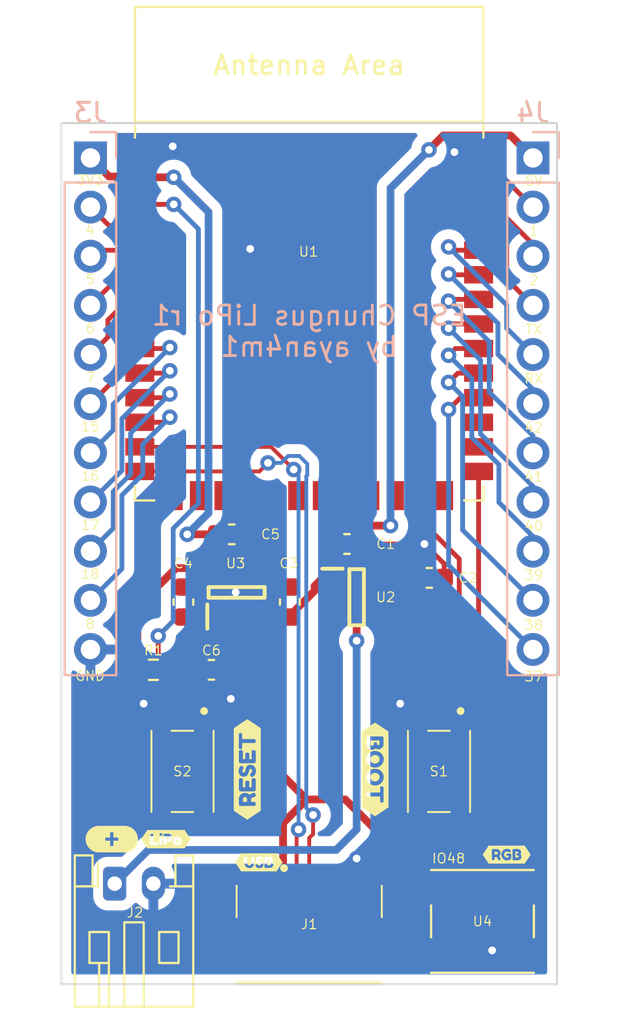
<source format=kicad_pcb>
(kicad_pcb (version 20211014) (generator pcbnew)
  (layers (0 "F.Cu" signal) (31 "B.Cu" signal) (34 "B.Paste" user) (35 "F.Paste" user) (36 "B.SilkS" user "B.Silkscreen") (37 "F.SilkS" user "F.Silkscreen") (38 "B.Mask" user) (39 "F.Mask" user) (44 "Edge.Cuts" user))
  (net 0 "")
  (net 1 "+5V")
  (net 2 "GND")
  (net 3 "/BAT+")
  (net 4 "+3.3V")
  (net 5 "/EN")
  (net 7 "/GPIO4")
  (net 8 "/GPIO5")
  (net 9 "/GPIO6")
  (net 10 "/GPIO7")
  (net 11 "/GPIO15")
  (net 12 "/GPIO16")
  (net 13 "/GPIO17")
  (net 14 "/GPIO18")
  (net 15 "/GPIO8")
  (net 16 "/USB_D-")
  (net 17 "/USB_D+")
  (net 28 "/GPIO1")
  (net 30 "/GPIO2")
  (net 33 "/GPIO43")
  (net 34 "/GPIO44")
  (net 35 "/GPIO42")
  (net 36 "/GPIO41")
  (net 37 "/GPIO40")
  (net 38 "/GPIO39")
  (net 39 "/GPIO38")
  (net 40 "/GPIO37")
  (net 43 "/GPIO0")
  (net 49 "/GPIO48")
  (footprint "Capacitor_SMD:C_0603_1608Metric" (layer "F.Cu") (at 127.75 118.25)
    (fp_text reference "C6" (at 0 -1) (layer "F.SilkS") (effects (font (size 0.5 0.5) (thickness 0.0625))))
    (fp_text value "1uF")
    (pad "1" smd roundrect (at -0.775 0) (size 0.9 0.95) (layers "F.Cu" "F.Paste" "F.Mask") (net 5 "/EN"))
    (pad "2" smd roundrect (at 0.775 0) (size 0.9 0.95) (layers "F.Cu" "F.Paste" "F.Mask") (net 2 "GND"))
  )
  (footprint "SamacSys_Parts:SOT95P275X110-5N" (layer "F.Cu") (at 135.25 114.5)
    (fp_text reference "U2" (at 1.5 0) (layer "F.SilkS") (effects (font (size 0.5 0.5) (thickness 0.0625))))
    (fp_text value "MAX1551EZK+T" hide)
    (pad "1" smd rect locked (at -1.25 -0.95 90) (size 0.55 1.05) (layers "F.Cu" "F.Paste" "F.Mask") (net 1 "+5V"))
    (pad "2" smd rect locked (at -1.25 0 90) (size 0.55 1.05) (layers "F.Cu" "F.Paste" "F.Mask") (net 2 "GND"))
    (pad "3" smd rect locked (at -1.25 0.95 90) (size 0.55 1.05) (layers "F.Cu" "F.Paste" "F.Mask"))
    (pad "4" smd rect locked (at 1.25 0.95 90) (size 0.55 1.05) (layers "F.Cu" "F.Paste" "F.Mask"))
    (pad "5" smd rect locked (at 1.25 -0.95 90) (size 0.55 1.05) (layers "F.Cu" "F.Paste" "F.Mask") (net 3 "/BAT+"))
  )
  (footprint "WS2812B:WS2812B" (layer "F.Cu") (at 141.75 131.25)
    (fp_text reference "U4" (at 0 0) (layer "F.SilkS") (effects (font (size 0.5 0.5) (thickness 0.0625))))
    (fp_text value "WS2812B" hide)
    (pad "1" smd rect locked (at -2.4384 -1.649999) (size 1.2954 0.9906) (layers "F.Cu" "F.Paste" "F.Mask") (net 1 "+5V"))
    (pad "2" smd rect locked (at -2.4384 1.649999) (size 1.2954 0.9906) (layers "F.Cu" "F.Paste" "F.Mask"))
    (pad "3" smd rect locked (at 2.4384 1.649999) (size 1.2954 0.9906) (layers "F.Cu" "F.Paste" "F.Mask") (net 2 "GND"))
    (pad "4" smd rect locked (at 2.4384 -1.649999) (size 1.2954 0.9906) (layers "F.Cu" "F.Paste" "F.Mask") (net 49 "/GPIO48"))
  )
  (footprint "Capacitor_SMD:C_0603_1608Metric" (layer "F.Cu") (at 131.8 114.75 90)
    (fp_text reference "C3" (at 2 -0.05) (layer "F.SilkS") (effects (font (size 0.5 0.5) (thickness 0.0625))))
    (fp_text value "0.1uF")
    (pad "1" smd roundrect (at -0.775 0 90) (size 0.9 0.95) (layers "F.Cu" "F.Paste" "F.Mask") (net 1 "+5V"))
    (pad "2" smd roundrect (at 0.775 0 90) (size 0.9 0.95) (layers "F.Cu" "F.Paste" "F.Mask") (net 2 "GND"))
  )
  (footprint "SamacSys_Parts:SOT94P280X100-5N" (layer "F.Cu") (at 129.05 114.25 90)
    (fp_text reference "U3" (at 1.5 -0.05 180) (layer "F.SilkS") (effects (font (size 0.5 0.5) (thickness 0.0625))))
    (fp_text value "RT9080-33GJ5" hide)
    (pad "1" smd rect locked (at -1.25 -0.94 180) (size 0.65 1.25) (layers "F.Cu" "F.Paste" "F.Mask") (net 1 "+5V"))
    (pad "2" smd rect locked (at -1.25 0 180) (size 0.65 1.25) (layers "F.Cu" "F.Paste" "F.Mask") (net 2 "GND"))
    (pad "3" smd rect locked (at -1.25 0.94 180) (size 0.65 1.25) (layers "F.Cu" "F.Paste" "F.Mask") (net 1 "+5V"))
    (pad "4" smd rect locked (at 1.25 0.94 180) (size 0.65 1.25) (layers "F.Cu" "F.Paste" "F.Mask"))
    (pad "5" smd rect locked (at 1.25 -0.94 180) (size 0.65 1.25) (layers "F.Cu" "F.Paste" "F.Mask") (net 4 "+3.3V"))
  )
  (footprint "Capacitor_SMD:C_0603_1608Metric" (layer "F.Cu") (at 134.75 111.75)
    (fp_text reference "C1" (at 2 0 180) (layer "F.SilkS") (effects (font (size 0.5 0.5) (thickness 0.0625))))
    (fp_text value "1uF")
    (pad "1" smd roundrect (at -0.775 0) (size 0.9 0.95) (layers "F.Cu" "F.Paste" "F.Mask") (net 1 "+5V"))
    (pad "2" smd roundrect (at 0.775 0) (size 0.9 0.95) (layers "F.Cu" "F.Paste" "F.Mask") (net 2 "GND"))
  )
  (footprint "Capacitor_SMD:C_0603_1608Metric" (layer "F.Cu") (at 139 113.5)
    (fp_text reference "C2" (at 2 0) (layer "F.SilkS") (effects (font (size 0.5 0.5) (thickness 0.0625))))
    (fp_text value "1uF")
    (pad "1" smd roundrect (at -0.775 0) (size 0.9 0.95) (layers "F.Cu" "F.Paste" "F.Mask") (net 3 "/BAT+"))
    (pad "2" smd roundrect (at 0.775 0) (size 0.9 0.95) (layers "F.Cu" "F.Paste" "F.Mask") (net 2 "GND"))
  )
  (footprint "kibuzzard-63BAF173" (layer "F.Cu") (at 129.6 123.4 90)
    (fp_text reference "kibuzzard-63BAF173" hide)
    (fp_text value "G***" hide)
  )
  (footprint "kibuzzard-63BAF117" (layer "F.Cu") (at 136.2 123.4 -90)
    (fp_text reference "kibuzzard-63BAF117" hide)
    (fp_text value "G***" hide)
  )
  (footprint "kibuzzard-63BB1216" (layer "F.Cu") (at 130.2 128.2)
    (fp_text reference "kibuzzard-63BB1216" hide)
    (fp_text value "G***" hide)
  )
  (footprint "kibuzzard-63BAF358" (layer "F.Cu") (at 122.6 127)
    (fp_text reference "kibuzzard-63BAF358" hide)
    (fp_text value "G***" hide)
  )
  (footprint "Resistor_SMD:R_0603_1608Metric" (layer "F.Cu") (at 124.75 118.25)
    (fp_text reference "R1" (at 0 -1) (layer "F.SilkS") (effects (font (size 0.5 0.5) (thickness 0.0625))))
    (fp_text value "10k")
    (pad "1" smd roundrect (at -0.825 0) (size 0.8 0.95) (layers "F.Cu" "F.Paste" "F.Mask") (net 4 "+3.3V"))
    (pad "2" smd roundrect (at 0.825 0) (size 0.8 0.95) (layers "F.Cu" "F.Paste" "F.Mask") (net 5 "/EN"))
  )
  (footprint "Capacitor_SMD:C_0603_1608Metric" (layer "F.Cu") (at 128.8 111.25)
    (fp_text reference "C5" (at 2 0) (layer "F.SilkS") (effects (font (size 0.5 0.5) (thickness 0.0625))))
    (fp_text value "10uF")
    (pad "1" smd roundrect (at -0.775 0) (size 0.9 0.95) (layers "F.Cu" "F.Paste" "F.Mask") (net 4 "+3.3V"))
    (pad "2" smd roundrect (at 0.775 0) (size 0.9 0.95) (layers "F.Cu" "F.Paste" "F.Mask") (net 2 "GND"))
  )
  (footprint "kibuzzard-63BAF13E" (layer "F.Cu") (at 143 127.8)
    (fp_text reference "kibuzzard-63BAF13E" hide)
    (fp_text value "G***" hide)
  )
  (footprint "Connector_JST:JST_PH_S2B-PH-K_1x02_P2.00mm_Horizontal" (layer "F.Cu") (at 122.75 129.3)
    (fp_text reference "J2" (at 1.05 1.5) (layer "F.SilkS") (effects (font (size 0.5 0.5) (thickness 0.0625))))
    (fp_text value "Conn_01x02" hide)
    (pad "1" thru_hole roundrect (at 0 0) (size 1.2 1.75) (drill 0.75) (layers *.Cu *.Mask) (roundrect_rratio 0.208333) (net 3 "/BAT+"))
    (pad "2" thru_hole oval (at 2 0) (size 1.2 1.75) (drill 0.75) (layers *.Cu *.Mask) (net 2 "GND"))
  )
  (footprint "Espressif:ESP32-S3-WROOM-1" (layer "F.Cu") (at 132.8 99.75)
    (fp_text reference "U1" (at -0.035 -3.105) (layer "F.SilkS") (effects (font (size 0.5 0.5) (thickness 0.0625))))
    (fp_text value "ESP32-S3-WROOM-1")
    (fp_text user "Antenna Area" (at 0 -12.75) (layer "F.SilkS"))
    (pad "1" smd rect (at -8.75 -8.26) (size 1.5 0.9) (layers "F.Cu" "F.Paste" "F.Mask") (net 2 "GND"))
    (pad "2" smd rect (at -8.75 -6.99) (size 1.5 0.9) (layers "F.Cu" "F.Paste" "F.Mask") (net 4 "+3.3V"))
    (pad "3" smd rect (at -8.75 -5.72) (size 1.5 0.9) (layers "F.Cu" "F.Paste" "F.Mask") (net 5 "/EN"))
    (pad "4" smd rect (at -8.75 -4.45) (size 1.5 0.9) (layers "F.Cu" "F.Paste" "F.Mask") (net 7 "/GPIO4"))
    (pad "5" smd rect (at -8.75 -3.18) (size 1.5 0.9) (layers "F.Cu" "F.Paste" "F.Mask") (net 8 "/GPIO5"))
    (pad "6" smd rect (at -8.75 -1.91) (size 1.5 0.9) (layers "F.Cu" "F.Paste" "F.Mask") (net 9 "/GPIO6"))
    (pad "7" smd rect (at -8.75 -0.64) (size 1.5 0.9) (layers "F.Cu" "F.Paste" "F.Mask") (net 10 "/GPIO7"))
    (pad "8" smd rect (at -8.75 0.63) (size 1.5 0.9) (layers "F.Cu" "F.Paste" "F.Mask") (net 11 "/GPIO15"))
    (pad "9" smd rect (at -8.75 1.9) (size 1.5 0.9) (layers "F.Cu" "F.Paste" "F.Mask") (net 12 "/GPIO16"))
    (pad "10" smd rect (at -8.75 3.17) (size 1.5 0.9) (layers "F.Cu" "F.Paste" "F.Mask") (net 13 "/GPIO17"))
    (pad "11" smd rect (at -8.75 4.44) (size 1.5 0.9) (layers "F.Cu" "F.Paste" "F.Mask") (net 14 "/GPIO18"))
    (pad "12" smd rect (at -8.75 5.71) (size 1.5 0.9) (layers "F.Cu" "F.Paste" "F.Mask") (net 15 "/GPIO8"))
    (pad "13" smd rect (at -8.75 6.98) (size 1.5 0.9) (layers "F.Cu" "F.Paste" "F.Mask") (net 16 "/USB_D-"))
    (pad "14" smd rect (at -8.75 8.25) (size 1.5 0.9) (layers "F.Cu" "F.Paste" "F.Mask") (net 17 "/USB_D+"))
    (pad "15" smd rect (at -6.985 9.5 90) (size 1.5 0.9) (layers "F.Cu" "F.Paste" "F.Mask"))
    (pad "16" smd rect (at -5.715 9.5 90) (size 1.5 0.9) (layers "F.Cu" "F.Paste" "F.Mask"))
    (pad "17" smd rect (at -4.445 9.5 90) (size 1.5 0.9) (layers "F.Cu" "F.Paste" "F.Mask"))
    (pad "18" smd rect (at -3.175 9.5 90) (size 1.5 0.9) (layers "F.Cu" "F.Paste" "F.Mask"))
    (pad "19" smd rect (at -1.905 9.5 90) (size 1.5 0.9) (layers "F.Cu" "F.Paste" "F.Mask"))
    (pad "20" smd rect (at -0.635 9.5 90) (size 1.5 0.9) (layers "F.Cu" "F.Paste" "F.Mask"))
    (pad "21" smd rect (at 0.635 9.5 90) (size 1.5 0.9) (layers "F.Cu" "F.Paste" "F.Mask"))
    (pad "22" smd rect (at 1.905 9.5 90) (size 1.5 0.9) (layers "F.Cu" "F.Paste" "F.Mask"))
    (pad "23" smd rect (at 3.175 9.5 90) (size 1.5 0.9) (layers "F.Cu" "F.Paste" "F.Mask"))
    (pad "24" smd rect (at 4.445 9.5 90) (size 1.5 0.9) (layers "F.Cu" "F.Paste" "F.Mask"))
    (pad "25" smd rect (at 5.715 9.5 90) (size 1.5 0.9) (layers "F.Cu" "F.Paste" "F.Mask") (net 49 "/GPIO48"))
    (pad "26" smd rect (at 6.985 9.5 90) (size 1.5 0.9) (layers "F.Cu" "F.Paste" "F.Mask"))
    (pad "27" smd rect (at 8.75 8.25 180) (size 1.5 0.9) (layers "F.Cu" "F.Paste" "F.Mask") (net 43 "/GPIO0"))
    (pad "28" smd rect (at 8.75 6.98 180) (size 1.5 0.9) (layers "F.Cu" "F.Paste" "F.Mask"))
    (pad "29" smd rect (at 8.75 5.71 180) (size 1.5 0.9) (layers "F.Cu" "F.Paste" "F.Mask"))
    (pad "30" smd rect (at 8.75 4.44 180) (size 1.5 0.9) (layers "F.Cu" "F.Paste" "F.Mask") (net 40 "/GPIO37"))
    (pad "31" smd rect (at 8.75 3.17 180) (size 1.5 0.9) (layers "F.Cu" "F.Paste" "F.Mask") (net 39 "/GPIO38"))
    (pad "32" smd rect (at 8.75 1.9 180) (size 1.5 0.9) (layers "F.Cu" "F.Paste" "F.Mask") (net 38 "/GPIO39"))
    (pad "33" smd rect (at 8.75 0.63 180) (size 1.5 0.9) (layers "F.Cu" "F.Paste" "F.Mask") (net 37 "/GPIO40"))
    (pad "34" smd rect (at 8.75 -0.64 180) (size 1.5 0.9) (layers "F.Cu" "F.Paste" "F.Mask") (net 36 "/GPIO41"))
    (pad "35" smd rect (at 8.75 -1.91 180) (size 1.5 0.9) (layers "F.Cu" "F.Paste" "F.Mask") (net 35 "/GPIO42"))
    (pad "36" smd rect (at 8.75 -3.18 180) (size 1.5 0.9) (layers "F.Cu" "F.Paste" "F.Mask") (net 34 "/GPIO44"))
    (pad "37" smd rect (at 8.75 -4.45 180) (size 1.5 0.9) (layers "F.Cu" "F.Paste" "F.Mask") (net 33 "/GPIO43"))
    (pad "38" smd rect (at 8.75 -5.72 180) (size 1.5 0.9) (layers "F.Cu" "F.Paste" "F.Mask") (net 30 "/GPIO2"))
    (pad "39" smd rect (at 8.75 -6.99 180) (size 1.5 0.9) (layers "F.Cu" "F.Paste" "F.Mask") (net 28 "/GPIO1"))
    (pad "40" smd rect (at 8.75 -8.26 180) (size 1.5 0.9) (layers "F.Cu" "F.Paste" "F.Mask") (net 2 "GND"))
    (pad "41" smd rect (at -1.5 -0.54 180) (size 0.9 0.9) (layers "F.Cu" "F.Paste" "F.Mask") (net 2 "GND"))
    (pad "41" smd rect (at -0.1 0.86 180) (size 0.9 0.9) (layers "F.Cu" "F.Paste" "F.Mask") (net 2 "GND"))
    (pad "41" smd rect (at -2.9 -1.94 180) (size 0.9 0.9) (layers "F.Cu" "F.Paste" "F.Mask") (net 2 "GND"))
    (pad "41" smd rect (at -1.5 0.86 180) (size 0.9 0.9) (layers "F.Cu" "F.Paste" "F.Mask") (net 2 "GND"))
    (pad "41" smd rect (at -1.5 -1.94 180) (size 0.9 0.9) (layers "F.Cu" "F.Paste" "F.Mask") (net 2 "GND"))
    (pad "41" smd rect (at -0.1 -0.54 180) (size 0.9 0.9) (layers "F.Cu" "F.Paste" "F.Mask") (net 2 "GND"))
    (pad "41" smd rect (at -2.9 0.86 180) (size 0.9 0.9) (layers "F.Cu" "F.Paste" "F.Mask") (net 2 "GND"))
    (pad "41" smd rect (at -0.1 -1.94 180) (size 0.9 0.9) (layers "F.Cu" "F.Paste" "F.Mask") (net 2 "GND"))
    (pad "41" smd rect (at -2.9 -0.54 180) (size 0.9 0.9) (layers "F.Cu" "F.Paste" "F.Mask") (net 2 "GND"))
  )
  (footprint "SamacSys_Parts:473461001" (layer "F.Cu") (at 132.8 131.5)
    (fp_text reference "J1" (at 0 -0.1) (layer "F.SilkS") (effects (font (size 0.5 0.5) (thickness 0.0625))))
    (fp_text value "USB_B_Micro" hide)
    (pad "1" smd rect locked (at -1.3 -1.903) (size 0.45 1.38) (layers "F.Cu" "F.Paste" "F.Mask") (net 1 "+5V"))
    (pad "2" smd rect locked (at -0.65 -1.903) (size 0.45 1.38) (layers "F.Cu" "F.Paste" "F.Mask") (net 16 "/USB_D-"))
    (pad "3" smd rect locked (at 0 -1.903) (size 0.45 1.38) (layers "F.Cu" "F.Paste" "F.Mask") (net 17 "/USB_D+"))
    (pad "4" smd rect locked (at 0.65 -1.903) (size 0.45 1.38) (layers "F.Cu" "F.Paste" "F.Mask"))
    (pad "5" smd rect locked (at 1.3 -1.903) (size 0.45 1.38) (layers "F.Cu" "F.Paste" "F.Mask") (net 2 "GND"))
    (pad "6" smd rect locked (at 2.487 -1.544) (size 1.425 2.1) (layers "F.Cu" "F.Paste" "F.Mask") (net 2 "GND"))
    (pad "7" smd rect locked (at -2.487 -1.544) (size 1.425 2.1) (layers "F.Cu" "F.Paste" "F.Mask"))
    (pad "8" smd rect locked (at -1.15 0.756) (size 1.8 1.9) (layers "F.Cu" "F.Paste" "F.Mask"))
    (pad "9" smd rect locked (at 1.55 0.756) (size 1 1.9) (layers "F.Cu" "F.Paste" "F.Mask"))
    (pad "10" smd rect locked (at -3.375 0.756 90) (size 1.3 1.65) (layers "F.Cu" "F.Paste" "F.Mask"))
    (pad "11" smd rect locked (at 3.375 0.756 90) (size 1.3 1.65) (layers "F.Cu" "F.Paste" "F.Mask"))
  )
  (footprint "SamacSys_Parts:PTS815SJM250SMTRLFS" (layer "F.Cu") (at 126.25 123.5 -90)
    (fp_text reference "S2" (at 0 0 180) (layer "F.SilkS") (effects (font (size 0.5 0.5) (thickness 0.0625))))
    (fp_text value "PTS526_SM15_SMTR2_LFS" hide)
    (pad "1" smd rect locked (at -2.25 -1.075) (size 0.7 1) (layers "F.Cu" "F.Paste" "F.Mask") (net 5 "/EN"))
    (pad "2" smd rect locked (at 2.25 -1.075) (size 0.7 1) (layers "F.Cu" "F.Paste" "F.Mask"))
    (pad "3" smd rect locked (at -2.25 1.075) (size 0.7 1) (layers "F.Cu" "F.Paste" "F.Mask") (net 2 "GND"))
    (pad "4" smd rect locked (at 2.25 1.075) (size 0.7 1) (layers "F.Cu" "F.Paste" "F.Mask"))
  )
  (footprint "kibuzzard-63BB11FD" (layer "F.Cu") (at 125.4 127)
    (fp_text reference "kibuzzard-63BB11FD" hide)
    (fp_text value "G***" hide)
  )
  (footprint "SamacSys_Parts:PTS815SJM250SMTRLFS" (layer "F.Cu") (at 139.5 123.5 -90)
    (fp_text reference "S1" (at 0 0 180) (layer "F.SilkS") (effects (font (size 0.5 0.5) (thickness 0.0625))))
    (fp_text value "PTS526_SM15_SMTR2_LFS" hide)
    (pad "1" smd rect locked (at -2.25 -1.075) (size 0.7 1) (layers "F.Cu" "F.Paste" "F.Mask") (net 43 "/GPIO0"))
    (pad "2" smd rect locked (at 2.25 -1.075) (size 0.7 1) (layers "F.Cu" "F.Paste" "F.Mask"))
    (pad "3" smd rect locked (at -2.25 1.075) (size 0.7 1) (layers "F.Cu" "F.Paste" "F.Mask") (net 2 "GND"))
    (pad "4" smd rect locked (at 2.25 1.075) (size 0.7 1) (layers "F.Cu" "F.Paste" "F.Mask"))
  )
  (footprint "Capacitor_SMD:C_0603_1608Metric" (layer "F.Cu") (at 126.3 114.75 90)
    (fp_text reference "C4" (at 2 0) (layer "F.SilkS") (effects (font (size 0.5 0.5) (thickness 0.0625))))
    (fp_text value "10uF")
    (pad "1" smd roundrect (at -0.775 0 90) (size 0.9 0.95) (layers "F.Cu" "F.Paste" "F.Mask") (net 1 "+5V"))
    (pad "2" smd roundrect (at 0.775 0 90) (size 0.9 0.95) (layers "F.Cu" "F.Paste" "F.Mask") (net 2 "GND"))
  )
  (footprint "Connector_PinHeader_2.54mm:PinHeader_1x11_P2.54mm_Vertical" (layer "B.Cu") (at 144.36 91.8 180)
    (fp_text reference "J4" (at 0 2.33) (layer "B.SilkS") (effects (justify mirror)))
    (fp_text value "Conn_01x11")
    (pad "1" thru_hole rect (at 0 0 180) (size 1.7 1.7) (drill 1) (layers *.Cu *.Mask) (net 1 "+5V"))
    (pad "2" thru_hole oval (at 0 -2.54 180) (size 1.7 1.7) (drill 1) (layers *.Cu *.Mask) (net 28 "/GPIO1"))
    (pad "3" thru_hole oval (at 0 -5.08 180) (size 1.7 1.7) (drill 1) (layers *.Cu *.Mask) (net 30 "/GPIO2"))
    (pad "4" thru_hole oval (at 0 -7.62 180) (size 1.7 1.7) (drill 1) (layers *.Cu *.Mask) (net 33 "/GPIO43"))
    (pad "5" thru_hole oval (at 0 -10.16 180) (size 1.7 1.7) (drill 1) (layers *.Cu *.Mask) (net 34 "/GPIO44"))
    (pad "6" thru_hole oval (at 0 -12.7 180) (size 1.7 1.7) (drill 1) (layers *.Cu *.Mask) (net 35 "/GPIO42"))
    (pad "7" thru_hole oval (at 0 -15.24 180) (size 1.7 1.7) (drill 1) (layers *.Cu *.Mask) (net 36 "/GPIO41"))
    (pad "8" thru_hole oval (at 0 -17.78 180) (size 1.7 1.7) (drill 1) (layers *.Cu *.Mask) (net 37 "/GPIO40"))
    (pad "9" thru_hole oval (at 0 -20.32 180) (size 1.7 1.7) (drill 1) (layers *.Cu *.Mask) (net 38 "/GPIO39"))
    (pad "10" thru_hole oval (at 0 -22.86 180) (size 1.7 1.7) (drill 1) (layers *.Cu *.Mask) (net 39 "/GPIO38"))
    (pad "11" thru_hole oval (at 0 -25.4 180) (size 1.7 1.7) (drill 1) (layers *.Cu *.Mask) (net 40 "/GPIO37"))
  )
  (footprint "Connector_PinHeader_2.54mm:PinHeader_1x11_P2.54mm_Vertical" (layer "B.Cu") (at 121.5 91.8 180)
    (fp_text reference "J3" (at 0 2.33) (layer "B.SilkS") (effects (justify mirror)))
    (fp_text value "Conn_01x11")
    (pad "1" thru_hole rect (at 0 0 180) (size 1.7 1.7) (drill 1) (layers *.Cu *.Mask) (net 4 "+3.3V"))
    (pad "2" thru_hole oval (at 0 -2.54 180) (size 1.7 1.7) (drill 1) (layers *.Cu *.Mask) (net 7 "/GPIO4"))
    (pad "3" thru_hole oval (at 0 -5.08 180) (size 1.7 1.7) (drill 1) (layers *.Cu *.Mask) (net 8 "/GPIO5"))
    (pad "4" thru_hole oval (at 0 -7.62 180) (size 1.7 1.7) (drill 1) (layers *.Cu *.Mask) (net 9 "/GPIO6"))
    (pad "5" thru_hole oval (at 0 -10.16 180) (size 1.7 1.7) (drill 1) (layers *.Cu *.Mask) (net 10 "/GPIO7"))
    (pad "6" thru_hole oval (at 0 -12.7 180) (size 1.7 1.7) (drill 1) (layers *.Cu *.Mask) (net 11 "/GPIO15"))
    (pad "7" thru_hole oval (at 0 -15.24 180) (size 1.7 1.7) (drill 1) (layers *.Cu *.Mask) (net 12 "/GPIO16"))
    (pad "8" thru_hole oval (at 0 -17.78 180) (size 1.7 1.7) (drill 1) (layers *.Cu *.Mask) (net 13 "/GPIO17"))
    (pad "9" thru_hole oval (at 0 -20.32 180) (size 1.7 1.7) (drill 1) (layers *.Cu *.Mask) (net 14 "/GPIO18"))
    (pad "10" thru_hole oval (at 0 -22.86 180) (size 1.7 1.7) (drill 1) (layers *.Cu *.Mask) (net 15 "/GPIO8"))
    (pad "11" thru_hole oval (at 0 -25.4 180) (size 1.7 1.7) (drill 1) (layers *.Cu *.Mask) (net 2 "GND"))
  )
  (gr_rect (start 120 90) (end 145.6 134.5) (layer "Edge.Cuts") (width 0.1) (fill none))
  (gr_text "ESP Chungus LiPo r1\nby ayan4m1" (at 132.8 100.75) (layer "B.SilkS") (effects (font (size 1 1)) (justify mirror)))
  (gr_text "17" (at 121.4892 110.770977) (layer "F.SilkS") (effects (font (size 0.5 0.5) (thickness 0.0625))))
  (gr_text "37" (at 144.4 118.6) (layer "F.SilkS") (effects (font (size 0.5 0.5) (thickness 0.0625))))
  (gr_text "TX" (at 144.4 100.661777) (layer "F.SilkS") (effects (font (size 0.5 0.5) (thickness 0.0625))))
  (gr_text "5" (at 121.4892 98.070977) (layer "F.SilkS") (effects (font (size 0.5 0.5) (thickness 0.0625))))
  (gr_text "38" (at 144.4 115.941691) (layer "F.SilkS") (effects (font (size 0.5 0.5) (thickness 0.0625))))
  (gr_text "2" (at 144.4 98.121777) (layer "F.SilkS") (effects (font (size 0.5 0.5) (thickness 0.0625))))
  (gr_text "7" (at 121.4892 103.150977) (layer "F.SilkS") (effects (font (size 0.5 0.5) (thickness 0.0625))))
  (gr_text "6" (at 121.4892 100.610977) (layer "F.SilkS") (effects (font (size 0.5 0.5) (thickness 0.0625))))
  (gr_text "40" (at 144.4 110.821777) (layer "F.SilkS") (effects (font (size 0.5 0.5) (thickness 0.0625))))
  (gr_text "5V" (at 144.4 92.990977) (layer "F.SilkS") (effects (font (size 0.5 0.5) (thickness 0.0625))))
  (gr_text "18" (at 121.4892 113.306449) (layer "F.SilkS") (effects (font (size 0.5 0.5) (thickness 0.0625))))
  (gr_text "GND" (at 121.478085 118.56785) (layer "F.SilkS") (effects (font (size 0.5 0.5) (thickness 0.0625))))
  (gr_text "RX" (at 144.4 103.201777) (layer "F.SilkS") (effects (font (size 0.5 0.5) (thickness 0.0625))))
  (gr_text "1" (at 144.4 95.581777) (layer "F.SilkS") (effects (font (size 0.5 0.5) (thickness 0.0625))))
  (gr_text "3V3" (at 121.4892 92.940177) (layer "F.SilkS") (effects (font (size 0.5 0.5) (thickness 0.0625))))
  (gr_text "15" (at 121.4892 105.690977) (layer "F.SilkS") (effects (font (size 0.5 0.5) (thickness 0.0625))))
  (gr_text "4" (at 121.4892 95.530977) (layer "F.SilkS") (effects (font (size 0.5 0.5) (thickness 0.0625))))
  (gr_text "42" (at 144.4 105.741777) (layer "F.SilkS") (effects (font (size 0.5 0.5) (thickness 0.0625))))
  (gr_text "41" (at 144.4 108.281777) (layer "F.SilkS") (effects (font (size 0.5 0.5) (thickness 0.0625))))
  (gr_text "IO48" (at 140 128) (layer "F.SilkS") (effects (font (size 0.5 0.5) (thickness 0.0625))))
  (gr_text "16" (at 121.4892 108.230977) (layer "F.SilkS") (effects (font (size 0.5 0.5) (thickness 0.0625))))
  (gr_text "8" (at 121.4892 115.890891) (layer "F.SilkS") (effects (font (size 0.5 0.5) (thickness 0.0625))))
  (gr_text "39" (at 144.4 113.357249) (layer "F.SilkS") (effects (font (size 0.5 0.5) (thickness 0.0625))))
  (segment (start 126.3 115.525) (end 128.085 115.525) (width 0.4) (layer "F.Cu") (net 1))
  (segment (start 134 111.775) (end 133.975 111.75) (width 0.4) (layer "F.Cu") (net 1))
  (segment (start 133.075 114.175) (end 133.075 113.925) (width 0.4) (layer "F.Cu") (net 1))
  (segment (start 138.984314 91.384314) (end 139.728629 90.64) (width 0.4) (layer "F.Cu") (net 1))
  (segment (start 128.325 116.525) (end 129.775 116.525) (width 0.4) (layer "F.Cu") (net 1))
  (segment (start 129.99 115.5) (end 131.775 115.5) (width 0.4) (layer "F.Cu") (net 1))
  (segment (start 134.661599 124.95) (end 139.3116 129.600001) (width 0.4) (layer "F.Cu") (net 1))
  (segment (start 134 113.55) (end 134 111.775) (width 0.4) (layer "F.Cu") (net 1))
  (segment (start 134.925 110.8) (end 137 110.8) (width 0.4) (layer "F.Cu") (net 1))
  (segment (start 131.45 129.547) (end 131.45 126.168629) (width 0.4) (layer "F.Cu") (net 1))
  (segment (start 132.668629 124.95) (end 134.661599 124.95) (width 0.4) (layer "F.Cu") (net 1))
  (segment (start 133.45 113.55) (end 134 113.55) (width 0.4) (layer "F.Cu") (net 1))
  (segment (start 128.11 115.5) (end 128.11 116.31) (width 0.4) (layer "F.Cu") (net 1))
  (segment (start 131.775 115.5) (end 131.8 115.525) (width 0.4) (layer "F.Cu") (net 1))
  (segment (start 131.45 126.168629) (end 132.668629 124.95) (width 0.4) (layer "F.Cu") (net 1))
  (segment (start 132.668629 124.95) (end 129.775 122.056371) (width 0.4) (layer "F.Cu") (net 1))
  (segment (start 129.775 122.056371) (end 129.775 116.525) (width 0.4) (layer "F.Cu") (net 1))
  (segment (start 133.975 111.75) (end 134.925 110.8) (width 0.4) (layer "F.Cu") (net 1))
  (segment (start 131.5 129.597) (end 131.45 129.547) (width 0.4) (layer "F.Cu") (net 1))
  (segment (start 131.8 115.45) (end 133.075 114.175) (width 0.4) (layer "F.Cu") (net 1))
  (segment (start 143.2 90.64) (end 144.36 91.8) (width 0.4) (layer "F.Cu") (net 1))
  (segment (start 131.8 115.525) (end 131.8 115.45) (width 0.4) (layer "F.Cu") (net 1))
  (segment (start 133.075 113.925) (end 133.45 113.55) (width 0.4) (layer "F.Cu") (net 1))
  (segment (start 128.11 116.31) (end 128.325 116.525) (width 0.4) (layer "F.Cu") (net 1))
  (segment (start 129.775 116.525) (end 129.775 115.5) (width 0.4) (layer "F.Cu") (net 1))
  (segment (start 139.728629 90.64) (end 143.2 90.64) (width 0.4) (layer "F.Cu") (net 1))
  (segment (start 128.085 115.525) (end 128.11 115.5) (width 0.4) (layer "F.Cu") (net 1))
  (via (at 138.984314 91.384314) (size 0.8) (drill 0.4) (layers "F.Cu" "B.Cu") (net 1))
  (via (at 137 110.8) (size 0.8) (drill 0.4) (layers "F.Cu" "B.Cu") (net 1))
  (segment (start 138.984314 91.384314) (end 137 93.368628) (width 0.4) (layer "B.Cu") (net 1))
  (segment (start 137 93.368628) (end 137 110.8) (width 0.4) (layer "B.Cu") (net 1))
  (segment (start 129.575 111.25) (end 129 111.825) (width 0.25) (layer "F.Cu") (net 2))
  (segment (start 129 114.25) (end 129 115.45) (width 0.25) (layer "F.Cu") (net 2))
  (segment (start 135.525 113.75) (end 135.525 111.75) (width 0.25) (layer "F.Cu") (net 2))
  (segment (start 135.287 128.037) (end 135.25 128) (width 0.25) (layer "F.Cu") (net 2))
  (segment (start 135.525 111.75) (end 138.75 111.75) (width 0.25) (layer "F.Cu") (net 2))
  (segment (start 129 114.25) (end 126.575 114.25) (width 0.25) (layer "F.Cu") (net 2))
  (segment (start 144.038401 132.75) (end 144.1884 132.899999) (width 0.25) (layer "F.Cu") (net 2))
  (segment (start 125.46 91.49) (end 124.05 91.49) (width 0.25) (layer "F.Cu") (net 2))
  (segment (start 142.25 132.75) (end 144.038401 132.75) (width 0.25) (layer "F.Cu") (net 2))
  (segment (start 131.525 114.25) (end 131.8 113.975) (width 0.25) (layer "F.Cu") (net 2))
  (segment (start 126.575 114.25) (end 126.3 113.975) (width 0.25) (layer "F.Cu") (net 2))
  (segment (start 134 114.5) (end 134.775 114.5) (width 0.25) (layer "F.Cu") (net 2))
  (segment (start 128.525 119.525) (end 128.75 119.75) (width 0.25) (layer "F.Cu") (net 2))
  (segment (start 134.775 114.5) (end 135.525 113.75) (width 0.25) (layer "F.Cu") (net 2))
  (segment (start 134.928 129.597) (end 135.287 129.956) (width 0.25) (layer "F.Cu") (net 2))
  (segment (start 125.75 91.2) (end 125.46 91.49) (width 0.25) (layer "F.Cu") (net 2))
  (segment (start 124.25 120) (end 124.25 120.325) (width 0.25) (layer "F.Cu") (net 2))
  (segment (start 135.287 129.956) (end 135.287 128.037) (width 0.25) (layer "F.Cu") (net 2))
  (segment (start 141.54 91.5) (end 141.55 91.49) (width 0.25) (layer "F.Cu") (net 2))
  (segment (start 139.775 112.775) (end 138.75 111.75) (width 0.25) (layer "F.Cu") (net 2))
  (segment (start 129 114.25) (end 131.525 114.25) (width 0.25) (layer "F.Cu") (net 2))
  (segment (start 137.5 120.325) (end 138.425 121.25) (width 0.25) (layer "F.Cu") (net 2))
  (segment (start 129 111.825) (end 129 114.25) (width 0.25) (layer "F.Cu") (net 2))
  (segment (start 137.5 120) (end 137.5 120.325) (width 0.25) (layer "F.Cu") (net 2))
  (segment (start 128.525 118.25) (end 128.525 119.525) (width 0.25) (layer "F.Cu") (net 2))
  (segment (start 129 115.45) (end 129.05 115.5) (width 0.25) (layer "F.Cu") (net 2))
  (segment (start 129.75 97.66) (end 129.9 97.81) (width 0.25) (layer "F.Cu") (net 2))
  (segment (start 134.1 129.597) (end 134.928 129.597) (width 0.25) (layer "F.Cu") (net 2))
  (segment (start 124.25 120.325) (end 125.175 121.25) (width 0.25) (layer "F.Cu") (net 2))
  (segment (start 140.3 91.5) (end 141.54 91.5) (width 0.25) (layer "F.Cu") (net 2))
  (segment (start 129.75 96.5) (end 129.75 97.66) (width 0.25) (layer "F.Cu") (net 2))
  (segment (start 139.775 113.5) (end 139.775 112.775) (width 0.25) (layer "F.Cu") (net 2))
  (via (at 129 114.25) (size 0.8) (drill 0.4) (layers "F.Cu" "B.Cu") (net 2))
  (via (at 142.25 132.75) (size 0.8) (drill 0.4) (layers "F.Cu" "B.Cu") (net 2))
  (via (at 140.3 91.5) (size 0.8) (drill 0.4) (layers "F.Cu" "B.Cu") (net 2))
  (via (at 125.75 91.2) (size 0.8) (drill 0.4) (layers "F.Cu" "B.Cu") (net 2))
  (via (at 137.5 120) (size 0.8) (drill 0.4) (layers "F.Cu" "B.Cu") (net 2))
  (via (at 128.75 119.75) (size 0.8) (drill 0.4) (layers "F.Cu" "B.Cu") (net 2))
  (via (at 138.75 111.75) (size 0.8) (drill 0.4) (layers "F.Cu" "B.Cu") (net 2))
  (via (at 124.25 120) (size 0.8) (drill 0.4) (layers "F.Cu" "B.Cu") (net 2))
  (via (at 129.75 96.5) (size 0.8) (drill 0.4) (layers "F.Cu" "B.Cu") (net 2))
  (via (at 135.25 128) (size 0.8) (drill 0.4) (layers "F.Cu" "B.Cu") (net 2))
  (segment (start 138.175 113.55) (end 138.225 113.5) (width 0.4) (layer "F.Cu") (net 3))
  (segment (start 135.25 114.8) (end 136.5 113.55) (width 0.4) (layer "F.Cu") (net 3))
  (segment (start 136.5 113.55) (end 138.175 113.55) (width 0.4) (layer "F.Cu") (net 3))
  (segment (start 135.25 116.75) (end 135.25 114.8) (width 0.4) (layer "F.Cu") (net 3))
  (via (at 135.25 116.75) (size 0.8) (drill 0.4) (layers "F.Cu" "B.Cu") (net 3))
  (segment (start 135.25 126.5) (end 135.25 116.75) (width 0.4) (layer "B.Cu") (net 3))
  (segment (start 124.490686 127.559314) (end 134.190686 127.559314) (width 0.4) (layer "B.Cu") (net 3))
  (segment (start 134.190686 127.559314) (end 135.25 126.5) (width 0.4) (layer "B.Cu") (net 3))
  (segment (start 122.75 129.3) (end 124.490686 127.559314) (width 0.4) (layer "B.Cu") (net 3))
  (segment (start 128.11 111.335) (end 128.025 111.25) (width 0.4) (layer "F.Cu") (net 4))
  (segment (start 124.09 92.8) (end 124.05 92.76) (width 0.4) (layer "F.Cu") (net 4))
  (segment (start 128.025 111.25) (end 126.5 111.25) (width 0.4) (layer "F.Cu") (net 4))
  (segment (start 125.8 92.8) (end 124.09 92.8) (width 0.4) (layer "F.Cu") (net 4))
  (segment (start 125.916117 113) (end 128.11 113) (width 0.4) (layer "F.Cu") (net 4))
  (segment (start 123.925 114.991117) (end 125.916117 113) (width 0.4) (layer "F.Cu") (net 4))
  (segment (start 122.46 92.76) (end 121.5 91.8) (width 0.4) (layer "F.Cu") (net 4))
  (segment (start 123.925 118.25) (end 123.925 114.991117) (width 0.4) (layer "F.Cu") (net 4))
  (segment (start 124.05 92.76) (end 122.46 92.76) (width 0.4) (layer "F.Cu") (net 4))
  (segment (start 128.11 113) (end 128.11 111.335) (width 0.4) (layer "F.Cu") (net 4))
  (via (at 126.5 111.25) (size 0.8) (drill 0.4) (layers "F.Cu" "B.Cu") (net 4))
  (via (at 125.8 92.8) (size 0.8) (drill 0.4) (layers "F.Cu" "B.Cu") (net 4))
  (segment (start 127.6 110.15) (end 127.6 94.6) (width 0.4) (layer "B.Cu") (net 4))
  (segment (start 127.6 94.6) (end 125.8 92.8) (width 0.4) (layer "B.Cu") (net 4))
  (segment (start 126.5 111.25) (end 127.6 110.15) (width 0.4) (layer "B.Cu") (net 4))
  (segment (start 127.325 118.6) (end 127.325 121.25) (width 0.25) (layer "F.Cu") (net 5))
  (segment (start 125 117.675) (end 125.575 118.25) (width 0.25) (layer "F.Cu") (net 5))
  (segment (start 126.975 118.25) (end 127.325 118.6) (width 0.25) (layer "F.Cu") (net 5))
  (segment (start 124.22 94.2) (end 124.05 94.03) (width 0.25) (layer "F.Cu") (net 5))
  (segment (start 125.575 118.25) (end 126.975 118.25) (width 0.25) (layer "F.Cu") (net 5))
  (segment (start 125.8 94.2) (end 124.22 94.2) (width 0.25) (layer "F.Cu") (net 5))
  (segment (start 125 116.5) (end 125 117.675) (width 0.25) (layer "F.Cu") (net 5))
  (via (at 125.8 94.2) (size 0.8) (drill 0.4) (layers "F.Cu" "B.Cu") (net 5))
  (via (at 125 116.5) (size 0.8) (drill 0.4) (layers "F.Cu" "B.Cu") (net 5))
  (segment (start 125.775 115.725) (end 125.775 110.949695) (width 0.25) (layer "B.Cu") (net 5))
  (segment (start 125.775 110.949695) (end 127.075 109.649695) (width 0.25) (layer "B.Cu") (net 5))
  (segment (start 125 116.5) (end 125.775 115.725) (width 0.25) (layer "B.Cu") (net 5))
  (segment (start 127.075 95.475) (end 125.8 94.2) (width 0.25) (layer "B.Cu") (net 5))
  (segment (start 127.075 109.649695) (end 127.075 95.475) (width 0.25) (layer "B.Cu") (net 5))
  (segment (start 124.05 95.3) (end 122.46 95.3) (width 0.25) (layer "F.Cu") (net 7))
  (segment (start 122.46 95.3) (end 121.5 94.34) (width 0.25) (layer "F.Cu") (net 7))
  (segment (start 121.81 96.57) (end 121.5 96.88) (width 0.25) (layer "F.Cu") (net 8))
  (segment (start 124.05 96.57) (end 121.81 96.57) (width 0.25) (layer "F.Cu") (net 8))
  (segment (start 123.08 97.84) (end 121.5 99.42) (width 0.25) (layer "F.Cu") (net 9))
  (segment (start 124.05 97.84) (end 123.08 97.84) (width 0.25) (layer "F.Cu") (net 9))
  (segment (start 124.05 99.11) (end 123.47 99.11) (width 0.25) (layer "F.Cu") (net 10))
  (segment (start 122.4 101.06) (end 121.5 101.96) (width 0.25) (layer "F.Cu") (net 10))
  (segment (start 122.4 100.18) (end 122.4 101.06) (width 0.25) (layer "F.Cu") (net 10))
  (segment (start 123.47 99.11) (end 122.4 100.18) (width 0.25) (layer "F.Cu") (net 10))
  (segment (start 124.05 100.38) (end 123.47 100.38) (width 0.25) (layer "F.Cu") (net 11))
  (segment (start 122.975 103.025) (end 121.5 104.5) (width 0.25) (layer "F.Cu") (net 11))
  (segment (start 123.47 100.38) (end 122.975 100.875) (width 0.25) (layer "F.Cu") (net 11))
  (segment (start 122.975 100.875) (end 122.975 103.025) (width 0.25) (layer "F.Cu") (net 11))
  (segment (start 125.55 101.65) (end 124.05 101.65) (width 0.25) (layer "F.Cu") (net 12))
  (segment (start 125.6 101.6) (end 125.55 101.65) (width 0.25) (layer "F.Cu") (net 12))
  (via (at 125.6 101.6) (size 0.8) (drill 0.4) (layers "F.Cu" "B.Cu") (net 12))
  (segment (start 122.675 105.865) (end 121.5 107.04) (width 0.25) (layer "B.Cu") (net 12))
  (segment (start 125.6 101.6) (end 122.675 104.525) (width 0.25) (layer "B.Cu") (net 12))
  (segment (start 122.675 104.525) (end 122.675 105.865) (width 0.25) (layer "B.Cu") (net 12))
  (segment (start 124.05 102.92) (end 125.48 102.92) (width 0.25) (layer "F.Cu") (net 13))
  (segment (start 125.48 102.92) (end 125.6 102.8) (width 0.25) (layer "F.Cu") (net 13))
  (via (at 125.6 102.8) (size 0.8) (drill 0.4) (layers "F.Cu" "B.Cu") (net 13))
  (segment (start 125.6 102.8) (end 123.125 105.275) (width 0.25) (layer "B.Cu") (net 13))
  (segment (start 123.125 107.955) (end 121.5 109.58) (width 0.25) (layer "B.Cu") (net 13))
  (segment (start 123.125 105.275) (end 123.125 107.955) (width 0.25) (layer "B.Cu") (net 13))
  (segment (start 125.41 104.19) (end 125.6 104) (width 0.25) (layer "F.Cu") (net 14))
  (segment (start 124.05 104.19) (end 125.41 104.19) (width 0.25) (layer "F.Cu") (net 14))
  (via (at 125.6 104) (size 0.8) (drill 0.4) (layers "F.Cu" "B.Cu") (net 14))
  (segment (start 123.575 106.025) (end 123.575 108.141396) (width 0.25) (layer "B.Cu") (net 14))
  (segment (start 122.675 109.041396) (end 122.675 110.945) (width 0.25) (layer "B.Cu") (net 14))
  (segment (start 123.575 108.141396) (end 122.675 109.041396) (width 0.25) (layer "B.Cu") (net 14))
  (segment (start 122.675 110.945) (end 121.5 112.12) (width 0.25) (layer "B.Cu") (net 14))
  (segment (start 125.6 104) (end 123.575 106.025) (width 0.25) (layer "B.Cu") (net 14))
  (segment (start 124.05 105.46) (end 125.34 105.46) (width 0.25) (layer "F.Cu") (net 15))
  (segment (start 125.34 105.46) (end 125.6 105.2) (width 0.25) (layer "F.Cu") (net 15))
  (via (at 125.6 105.2) (size 0.8) (drill 0.4) (layers "F.Cu" "B.Cu") (net 15))
  (segment (start 124.2 108.152792) (end 123.125 109.227792) (width 0.25) (layer "B.Cu") (net 15))
  (segment (start 123.125 109.227792) (end 123.125 113.035) (width 0.25) (layer "B.Cu") (net 15))
  (segment (start 124.2 106.6) (end 124.2 108.152792) (width 0.25) (layer "B.Cu") (net 15))
  (segment (start 125.6 105.2) (end 124.2 106.6) (width 0.25) (layer "B.Cu") (net 15))
  (segment (start 123.125 113.035) (end 121.5 114.66) (width 0.25) (layer "B.Cu") (net 15))
  (segment (start 132.15 129.597) (end 132.15 126.6) (width 0.2) (layer "F.Cu") (net 16))
  (segment (start 132 107.900498) (end 130.829502 106.73) (width 0.2) (layer "F.Cu") (net 16))
  (segment (start 130.829502 106.73) (end 124.05 106.73) (width 0.2) (layer "F.Cu") (net 16))
  (segment (start 132.15 126.6) (end 132.25 126.5) (width 0.2) (layer "F.Cu") (net 16))
  (via (at 132.25 126.5) (size 0.8) (drill 0.4) (layers "F.Cu" "B.Cu") (net 16))
  (via (at 132 107.900498) (size 0.8) (drill 0.4) (layers "F.Cu" "B.Cu") (net 16))
  (segment (start 132 107.900498) (end 132.25 108.150498) (width 0.2) (layer "B.Cu") (net 16))
  (segment (start 132.25 108.150498) (end 132.25 126.5) (width 0.2) (layer "B.Cu") (net 16))
  (segment (start 132.8 126.93995) (end 133 126.73995) (width 0.2) (layer "F.Cu") (net 17))
  (segment (start 132.8 129.597) (end 132.8 126.93995) (width 0.2) (layer "F.Cu") (net 17))
  (segment (start 130.2295 108) (end 124.05 108) (width 0.2) (layer "F.Cu") (net 17))
  (segment (start 133 126.73995) (end 133 125.75) (width 0.2) (layer "F.Cu") (net 17))
  (segment (start 130.669879 107.559621) (end 130.2295 108) (width 0.2) (layer "F.Cu") (net 17))
  (via (at 133 125.75) (size 0.8) (drill 0.4) (layers "F.Cu" "B.Cu") (net 17))
  (via (at 130.669879 107.559621) (size 0.8) (drill 0.4) (layers "F.Cu" "B.Cu") (net 17))
  (segment (start 132.7 108.190448) (end 132.65 108.240448) (width 0.2) (layer "B.Cu") (net 17))
  (segment (start 131.350927 107.559621) (end 131.71005 107.200498) (width 0.2) (layer "B.Cu") (net 17))
  (segment (start 130.669879 107.559621) (end 131.350927 107.559621) (width 0.2) (layer "B.Cu") (net 17))
  (segment (start 131.71005 107.200498) (end 132.28995 107.200498) (width 0.2) (layer "B.Cu") (net 17))
  (segment (start 132.7 107.610548) (end 132.7 108.190448) (width 0.2) (layer "B.Cu") (net 17))
  (segment (start 132.65 108.240448) (end 132.65 125.4) (width 0.2) (layer "B.Cu") (net 17))
  (segment (start 132.28995 107.200498) (end 132.7 107.610548) (width 0.2) (layer "B.Cu") (net 17))
  (segment (start 132.65 125.4) (end 133 125.75) (width 0.2) (layer "B.Cu") (net 17))
  (segment (start 141.55 92.76) (end 142.78 92.76) (width 0.25) (layer "F.Cu") (net 28))
  (segment (start 142.78 92.76) (end 144.36 94.34) (width 0.25) (layer "F.Cu") (net 28))
  (segment (start 144.36 96.26) (end 144.36 96.88) (width 0.25) (layer "F.Cu") (net 30))
  (segment (start 142.13 94.03) (end 144.36 96.26) (width 0.25) (layer "F.Cu") (net 30))
  (segment (start 141.55 94.03) (end 142.13 94.03) (width 0.25) (layer "F.Cu") (net 30))
  (segment (start 141.55 95.3) (end 142.13 95.3) (width 0.25) (layer "F.Cu") (net 33))
  (segment (start 143 96.17) (end 143 98.06) (width 0.25) (layer "F.Cu") (net 33))
  (segment (start 143 98.06) (end 144.36 99.42) (width 0.25) (layer "F.Cu") (net 33))
  (segment (start 142.13 95.3) (end 143 96.17) (width 0.25) (layer "F.Cu") (net 33))
  (segment (start 140.17 96.57) (end 140 96.4) (width 0.25) (layer "F.Cu") (net 34))
  (segment (start 141.55 96.57) (end 140.17 96.57) (width 0.25) (layer "F.Cu") (net 34))
  (via (at 140 96.4) (size 0.8) (drill 0.4) (layers "F.Cu" "B.Cu") (net 34))
  (segment (start 143 99.4) (end 143 100.6) (width 0.25) (layer "B.Cu") (net 34))
  (segment (start 143 100.6) (end 144.36 101.96) (width 0.25) (layer "B.Cu") (net 34))
  (segment (start 140 96.4) (end 143 99.4) (width 0.25) (layer "B.Cu") (net 34))
  (segment (start 140.04 97.84) (end 140 97.8) (width 0.25) (layer "F.Cu") (net 35))
  (segment (start 141.55 97.84) (end 140.04 97.84) (width 0.25) (layer "F.Cu") (net 35))
  (via (at 140 97.8) (size 0.8) (drill 0.4) (layers "F.Cu" "B.Cu") (net 35))
  (segment (start 142.55 101.95) (end 144.36 103.76) (width 0.25) (layer "B.Cu") (net 35))
  (segment (start 142.55 100.35) (end 142.55 101.95) (width 0.25) (layer "B.Cu") (net 35))
  (segment (start 144.36 103.76) (end 144.36 104.5) (width 0.25) (layer "B.Cu") (net 35))
  (segment (start 140 97.8) (end 142.55 100.35) (width 0.25) (layer "B.Cu") (net 35))
  (segment (start 140.09 99.11) (end 140 99.2) (width 0.25) (layer "F.Cu") (net 36))
  (segment (start 141.55 99.11) (end 140.09 99.11) (width 0.25) (layer "F.Cu") (net 36))
  (via (at 140 99.2) (size 0.8) (drill 0.4) (layers "F.Cu" "B.Cu") (net 36))
  (segment (start 140 99.2) (end 142.1 101.3) (width 0.25) (layer "B.Cu") (net 36))
  (segment (start 143.875 105.675) (end 144.36 106.16) (width 0.25) (layer "B.Cu") (net 36))
  (segment (start 143.873299 105.675) (end 143.875 105.675) (width 0.25) (layer "B.Cu") (net 36))
  (segment (start 144.36 106.16) (end 144.36 107.04) (width 0.25) (layer "B.Cu") (net 36))
  (segment (start 142.1 103.9) (end 143.185 104.985) (width 0.25) (layer "B.Cu") (net 36))
  (segment (start 143.185 104.986701) (end 143.873299 105.675) (width 0.25) (layer "B.Cu") (net 36))
  (segment (start 143.185 104.985) (end 143.185 104.986701) (width 0.25) (layer "B.Cu") (net 36))
  (segment (start 142.1 101.3) (end 142.1 103.9) (width 0.25) (layer "B.Cu") (net 36))
  (segment (start 141.55 100.38) (end 140.22 100.38) (width 0.25) (layer "F.Cu") (net 37))
  (segment (start 140.22 100.38) (end 140 100.6) (width 0.25) (layer "F.Cu") (net 37))
  (via (at 140 100.6) (size 0.8) (drill 0.4) (layers "F.Cu" "B.Cu") (net 37))
  (segment (start 141.65 102.25) (end 141.65 106.06) (width 0.25) (layer "B.Cu") (net 37))
  (segment (start 140 100.6) (end 141.65 102.25) (width 0.25) (layer "B.Cu") (net 37))
  (segment (start 144.36 108.77) (end 144.36 109.58) (width 0.25) (layer "B.Cu") (net 37))
  (segment (start 141.65 106.06) (end 144.36 108.77) (width 0.25) (layer "B.Cu") (net 37))
  (segment (start 140.35 101.65) (end 140 102) (width 0.25) (layer "F.Cu") (net 38))
  (segment (start 141.55 101.65) (end 140.35 101.65) (width 0.25) (layer "F.Cu") (net 38))
  (via (at 140 102) (size 0.8) (drill 0.4) (layers "F.Cu" "B.Cu") (net 38))
  (segment (start 144.36 111.36) (end 144.36 112.12) (width 0.25) (layer "B.Cu") (net 38))
  (segment (start 140 102) (end 141.2 103.2) (width 0.25) (layer "B.Cu") (net 38))
  (segment (start 142.6 107.646396) (end 142.6 109.6) (width 0.25) (layer "B.Cu") (net 38))
  (segment (start 141.2 103.2) (end 141.2 106.246396) (width 0.25) (layer "B.Cu") (net 38))
  (segment (start 142.6 109.6) (end 144.36 111.36) (width 0.25) (layer "B.Cu") (net 38))
  (segment (start 141.2 106.246396) (end 142.6 107.646396) (width 0.25) (layer "B.Cu") (net 38))
  (segment (start 140.48 102.92) (end 140 103.4) (width 0.25) (layer "F.Cu") (net 39))
  (segment (start 141.55 102.92) (end 140.48 102.92) (width 0.25) (layer "F.Cu") (net 39))
  (via (at 140 103.4) (size 0.8) (drill 0.4) (layers "F.Cu" "B.Cu") (net 39))
  (segment (start 140.725 104.125) (end 140.725 111.025) (width 0.25) (layer "B.Cu") (net 39))
  (segment (start 140 103.4) (end 140.725 104.125) (width 0.25) (layer "B.Cu") (net 39))
  (segment (start 140.725 111.025) (end 144.36 114.66) (width 0.25) (layer "B.Cu") (net 39))
  (segment (start 141.55 104.19) (end 140.61 104.19) (width 0.25) (layer "F.Cu") (net 40))
  (segment (start 140.61 104.19) (end 140 104.8) (width 0.25) (layer "F.Cu") (net 40))
  (via (at 140 104.8) (size 0.8) (drill 0.4) (layers "F.Cu" "B.Cu") (net 40))
  (segment (start 140 104.8) (end 140 112.84) (width 0.25) (layer "B.Cu") (net 40))
  (segment (start 140 112.84) (end 144.36 117.2) (width 0.25) (layer "B.Cu") (net 40))
  (segment (start 141.55 108) (end 141.55 120.275) (width 0.25) (layer "F.Cu") (net 43))
  (segment (start 141.55 120.275) (end 140.575 121.25) (width 0.25) (layer "F.Cu") (net 43))
  (segment (start 138.515 109.25) (end 138.515 110.489695) (width 0.25) (layer "F.Cu") (net 49))
  (segment (start 138.515 110.489695) (end 140.55 112.524695) (width 0.25) (layer "F.Cu") (net 49))
  (segment (start 139.9 120.525) (end 139.9 126.5) (width 0.25) (layer "F.Cu") (net 49))
  (segment (start 140.55 119.875) (end 139.9 120.525) (width 0.25) (layer "F.Cu") (net 49))
  (segment (start 143.000001 129.600001) (end 144.1884 129.600001) (width 0.25) (layer "F.Cu") (net 49))
  (segment (start 139.9 126.5) (end 143.000001 129.600001) (width 0.25) (layer "F.Cu") (net 49))
  (segment (start 140.55 112.524695) (end 140.55 119.875) (width 0.25) (layer "F.Cu") (net 49))
  (zone (net 2) (net_name "GND") (layer "F.Cu") (connect_pads (clearance 0.508)) (min_thickness 0.254) (fill yes (thermal_gap 0.508) (thermal_bridge_width 0.508))
    (polygon (pts (xy 133.25 101.25) (xy 129.25 101.25) (xy 129.25 97.25) (xy 133.25 97.25)))
  )
  (zone (net 2) (net_name "GND") (layer "B.Cu") (connect_pads (clearance 0.508)) (min_thickness 0.254) (fill yes (thermal_gap 0.508) (thermal_bridge_width 0.508))
    (polygon (pts (xy 148.5 136.5) (xy 117.5 136.5) (xy 117.5 87.5) (xy 148.5 87.5)))
  )
)
</source>
